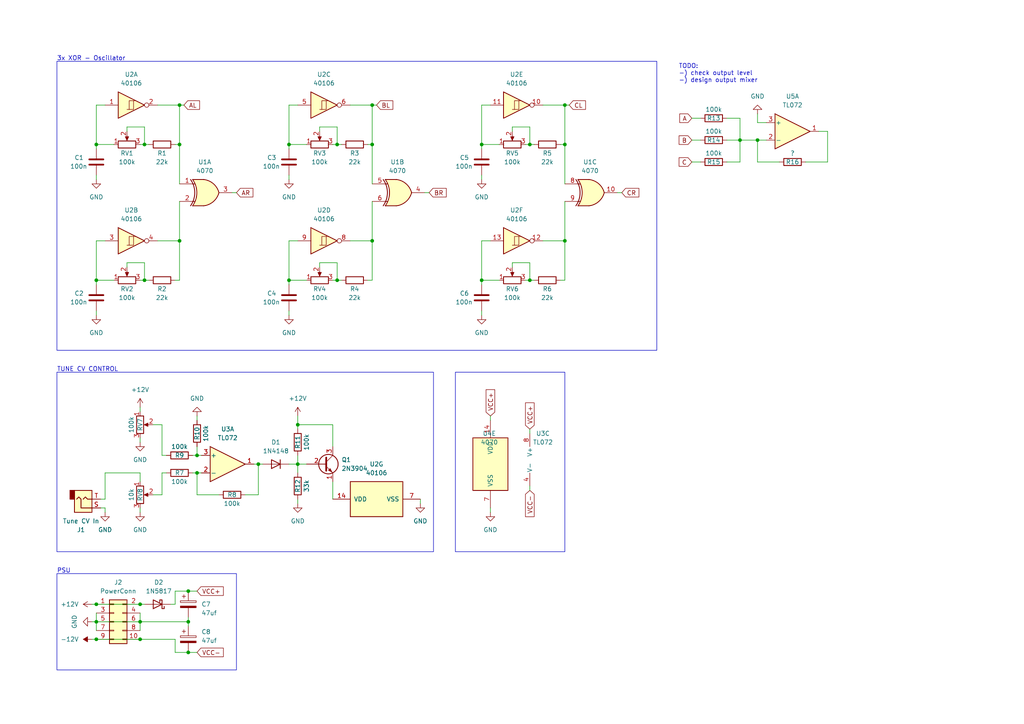
<source format=kicad_sch>
(kicad_sch (version 20230121) (generator eeschema)
  (paper "A4")
  (lib_symbols
    (symbol "4xxx:40106" (pin_names (offset 1.016))
      (property "Reference" "U" (at 0 1.27 0))
      (property "Value" "40106" (at 0 -1.27 0))
      (symbol "40106_1_0"
        (polyline (pts (xy -0.635 -1.27) (xy -0.635 1.27) (xy 0.635 1.27)))
        (polyline (pts (xy -3.81 3.81) (xy -3.81 -3.81) (xy 3.81 0) (xy -3.81 3.81)) (stroke (width 0.254)) (fill (type background)))
        (polyline (pts (xy -1.27 -1.27) (xy 0.635 -1.27) (xy 0.635 1.27) (xy 1.27 1.27)))
        (pin input line (at -7.62 0 0) (length 3.81) (name "~") (number "1"))
        (pin output inverted (at 7.62 0 180) (length 3.81) (name "~") (number "2"))
      )
      (symbol "40106_2_0"
        (polyline (pts (xy -0.635 -1.27) (xy -0.635 1.27) (xy 0.635 1.27)))
        (polyline (pts (xy -3.81 3.81) (xy -3.81 -3.81) (xy 3.81 0) (xy -3.81 3.81)) (stroke (width 0.254)) (fill (type background)))
        (polyline (pts (xy -1.27 -1.27) (xy 0.635 -1.27) (xy 0.635 1.27) (xy 1.27 1.27)))
        (pin input line (at -7.62 0 0) (length 3.81) (name "~") (number "3"))
        (pin output inverted (at 7.62 0 180) (length 3.81) (name "~") (number "4"))
      )
      (symbol "40106_3_0"
        (polyline (pts (xy -0.635 -1.27) (xy -0.635 1.27) (xy 0.635 1.27)))
        (polyline (pts (xy -3.81 3.81) (xy -3.81 -3.81) (xy 3.81 0) (xy -3.81 3.81)) (stroke (width 0.254)) (fill (type background)))
        (polyline (pts (xy -1.27 -1.27) (xy 0.635 -1.27) (xy 0.635 1.27) (xy 1.27 1.27)))
        (pin input line (at -7.62 0 0) (length 3.81) (name "~") (number "5"))
        (pin output inverted (at 7.62 0 180) (length 3.81) (name "~") (number "6"))
      )
      (symbol "40106_4_0"
        (polyline (pts (xy -0.635 -1.27) (xy -0.635 1.27) (xy 0.635 1.27)))
        (polyline (pts (xy -3.81 3.81) (xy -3.81 -3.81) (xy 3.81 0) (xy -3.81 3.81)) (stroke (width 0.254)) (fill (type background)))
        (polyline (pts (xy -1.27 -1.27) (xy 0.635 -1.27) (xy 0.635 1.27) (xy 1.27 1.27)))
        (pin output inverted (at 7.62 0 180) (length 3.81) (name "~") (number "8"))
        (pin input line (at -7.62 0 0) (length 3.81) (name "~") (number "9"))
      )
      (symbol "40106_5_0"
        (polyline (pts (xy -0.635 -1.27) (xy -0.635 1.27) (xy 0.635 1.27)))
        (polyline (pts (xy -3.81 3.81) (xy -3.81 -3.81) (xy 3.81 0) (xy -3.81 3.81)) (stroke (width 0.254)) (fill (type background)))
        (polyline (pts (xy -1.27 -1.27) (xy 0.635 -1.27) (xy 0.635 1.27) (xy 1.27 1.27)))
        (pin output inverted (at 7.62 0 180) (length 3.81) (name "~") (number "10"))
        (pin input line (at -7.62 0 0) (length 3.81) (name "~") (number "11"))
      )
      (symbol "40106_6_0"
        (polyline (pts (xy -0.635 -1.27) (xy -0.635 1.27) (xy 0.635 1.27)))
        (polyline (pts (xy -3.81 3.81) (xy -3.81 -3.81) (xy 3.81 0) (xy -3.81 3.81)) (stroke (width 0.254)) (fill (type background)))
        (polyline (pts (xy -1.27 -1.27) (xy 0.635 -1.27) (xy 0.635 1.27) (xy 1.27 1.27)))
        (pin output inverted (at 7.62 0 180) (length 3.81) (name "~") (number "12"))
        (pin input line (at -7.62 0 0) (length 3.81) (name "~") (number "13"))
      )
      (symbol "40106_7_0"
        (pin power_in line (at 0 12.7 270) (length 5.08) (name "VDD") (number "14"))
        (pin power_in line (at 0 -12.7 90) (length 5.08) (name "VSS") (number "7"))
      )
      (symbol "40106_7_1"
        (rectangle (start -5.08 7.62) (end 5.08 -7.62) (stroke (width 0.254)) (fill (type background)))
      )
    )
    (symbol "4xxx:4070" (pin_names (offset 1.016))
      (property "Reference" "U" (at 0 1.27 0))
      (property "Value" "4070" (at 0 -1.27 0))
      (symbol "4070_1_0"
        (arc (start -4.4196 -3.81) (mid -3.2033 0) (end -4.4196 3.81) (stroke (width 0.254)))
        (arc (start -3.81 -3.81) (mid -2.589 0) (end -3.81 3.81) (stroke (width 0.254)))
        (arc (start -0.6096 -3.81) (mid 2.1842 -2.5851) (end 3.81 0) (stroke (width 0.254)) (fill (type background)))
        (polyline (pts (xy -3.81 -3.81) (xy -0.635 -3.81)) (stroke (width 0.254)) (fill (type background)))
        (polyline (pts (xy -3.81 3.81) (xy -0.635 3.81)) (stroke (width 0.254)) (fill (type background)))
        (polyline (pts (xy -0.635 3.81) (xy -3.81 3.81) (xy -3.81 3.81) (xy -3.556 3.4036) (xy -3.0226 2.2606) (xy -2.6924 1.0414) (xy -2.6162 -0.254) (xy -2.7686 -1.4986) (xy -3.175 -2.7178) (xy -3.81 -3.81) (xy -3.81 -3.81) (xy -0.635 -3.81)) (stroke (width -25.4)) (fill (type background)))
        (arc (start 3.81 0) (mid 2.1915 2.5936) (end -0.6096 3.81) (stroke (width 0.254)) (fill (type background)))
        (pin input line (at -7.62 2.54 0) (length 4.445) (name "~") (number "1"))
        (pin input line (at -7.62 -2.54 0) (length 4.445) (name "~") (number "2"))
        (pin output line (at 7.62 0 180) (length 3.81) (name "~") (number "3"))
      )
      (symbol "4070_1_1"
        (polyline (pts (xy -3.81 -2.54) (xy -3.175 -2.54)) (stroke (width 0.1524)))
        (polyline (pts (xy -3.81 2.54) (xy -3.175 2.54)) (stroke (width 0.1524)))
      )
      (symbol "4070_2_0"
        (arc (start -4.4196 -3.81) (mid -3.2033 0) (end -4.4196 3.81) (stroke (width 0.254)))
        (arc (start -3.81 -3.81) (mid -2.589 0) (end -3.81 3.81) (stroke (width 0.254)))
        (arc (start -0.6096 -3.81) (mid 2.1842 -2.5851) (end 3.81 0) (stroke (width 0.254)) (fill (type background)))
        (polyline (pts (xy -3.81 -3.81) (xy -0.635 -3.81)) (stroke (width 0.254)) (fill (type background)))
        (polyline (pts (xy -3.81 3.81) (xy -0.635 3.81)) (stroke (width 0.254)) (fill (type background)))
        (polyline (pts (xy -0.635 3.81) (xy -3.81 3.81) (xy -3.81 3.81) (xy -3.556 3.4036) (xy -3.0226 2.2606) (xy -2.6924 1.0414) (xy -2.6162 -0.254) (xy -2.7686 -1.4986) (xy -3.175 -2.7178) (xy -3.81 -3.81) (xy -3.81 -3.81) (xy -0.635 -3.81)) (stroke (width -25.4)) (fill (type background)))
        (arc (start 3.81 0) (mid 2.1915 2.5936) (end -0.6096 3.81) (stroke (width 0.254)) (fill (type background)))
        (pin output line (at 7.62 0 180) (length 3.81) (name "~") (number "4"))
        (pin input line (at -7.62 2.54 0) (length 4.445) (name "~") (number "5"))
        (pin input line (at -7.62 -2.54 0) (length 4.445) (name "~") (number "6"))
      )
      (symbol "4070_2_1"
        (polyline (pts (xy -3.81 -2.54) (xy -3.175 -2.54)) (stroke (width 0.1524)))
        (polyline (pts (xy -3.81 2.54) (xy -3.175 2.54)) (stroke (width 0.1524)))
      )
      (symbol "4070_3_0"
        (arc (start -4.4196 -3.81) (mid -3.2033 0) (end -4.4196 3.81) (stroke (width 0.254)))
        (arc (start -3.81 -3.81) (mid -2.589 0) (end -3.81 3.81) (stroke (width 0.254)))
        (arc (start -0.6096 -3.81) (mid 2.1842 -2.5851) (end 3.81 0) (stroke (width 0.254)) (fill (type background)))
        (polyline (pts (xy -3.81 -3.81) (xy -0.635 -3.81)) (stroke (width 0.254)) (fill (type background)))
        (polyline (pts (xy -3.81 3.81) (xy -0.635 3.81)) (stroke (width 0.254)) (fill (type background)))
        (polyline (pts (xy -0.635 3.81) (xy -3.81 3.81) (xy -3.81 3.81) (xy -3.556 3.4036) (xy -3.0226 2.2606) (xy -2.6924 1.0414) (xy -2.6162 -0.254) (xy -2.7686 -1.4986) (xy -3.175 -2.7178) (xy -3.81 -3.81) (xy -3.81 -3.81) (xy -0.635 -3.81)) (stroke (width -25.4)) (fill (type background)))
        (arc (start 3.81 0) (mid 2.1915 2.5936) (end -0.6096 3.81) (stroke (width 0.254)) (fill (type background)))
        (pin output line (at 7.62 0 180) (length 3.81) (name "~") (number "10"))
        (pin input line (at -7.62 2.54 0) (length 4.445) (name "~") (number "8"))
        (pin input line (at -7.62 -2.54 0) (length 4.445) (name "~") (number "9"))
      )
      (symbol "4070_3_1"
        (polyline (pts (xy -3.81 -2.54) (xy -3.175 -2.54)) (stroke (width 0.1524)))
        (polyline (pts (xy -3.81 2.54) (xy -3.175 2.54)) (stroke (width 0.1524)))
      )
      (symbol "4070_4_0"
        (arc (start -4.4196 -3.81) (mid -3.2033 0) (end -4.4196 3.81) (stroke (width 0.254)))
        (arc (start -3.81 -3.81) (mid -2.589 0) (end -3.81 3.81) (stroke (width 0.254)))
        (arc (start -0.6096 -3.81) (mid 2.1842 -2.5851) (end 3.81 0) (stroke (width 0.254)) (fill (type background)))
        (polyline (pts (xy -3.81 -3.81) (xy -0.635 -3.81)) (stroke (width 0.254)) (fill (type background)))
        (polyline (pts (xy -3.81 3.81) (xy -0.635 3.81)) (stroke (width 0.254)) (fill (type background)))
        (polyline (pts (xy -0.635 3.81) (xy -3.81 3.81) (xy -3.81 3.81) (xy -3.556 3.4036) (xy -3.0226 2.2606) (xy -2.6924 1.0414) (xy -2.6162 -0.254) (xy -2.7686 -1.4986) (xy -3.175 -2.7178) (xy -3.81 -3.81) (xy -3.81 -3.81) (xy -0.635 -3.81)) (stroke (width -25.4)) (fill (type background)))
        (arc (start 3.81 0) (mid 2.1915 2.5936) (end -0.6096 3.81) (stroke (width 0.254)) (fill (type background)))
        (pin output line (at 7.62 0 180) (length 3.81) (name "~") (number "11"))
        (pin input line (at -7.62 2.54 0) (length 4.445) (name "~") (number "12"))
        (pin input line (at -7.62 -2.54 0) (length 4.445) (name "~") (number "13"))
      )
      (symbol "4070_4_1"
        (polyline (pts (xy -3.81 -2.54) (xy -3.175 -2.54)) (stroke (width 0.1524)))
        (polyline (pts (xy -3.81 2.54) (xy -3.175 2.54)) (stroke (width 0.1524)))
      )
      (symbol "4070_5_0"
        (pin power_in line (at 0 12.7 270) (length 5.08) (name "VDD") (number "14"))
        (pin power_in line (at 0 -12.7 90) (length 5.08) (name "VSS") (number "7"))
      )
      (symbol "4070_5_1"
        (rectangle (start -5.08 7.62) (end 5.08 -7.62) (stroke (width 0.254)) (fill (type background)))
      )
    )
    (symbol "Amplifier_Operational:TL072" (pin_names (offset 0.127))
      (property "Reference" "U" (at 0 5.08 0))
      (property "Value" "TL072" (at 0 -5.08 0))
      (symbol "TL072_1_1"
        (polyline (pts (xy -5.08 5.08) (xy 5.08 0) (xy -5.08 -5.08) (xy -5.08 5.08)) (stroke (width 0.254)) (fill (type background)))
        (pin output line (at 7.62 0 180) (length 2.54) (name "~") (number "1"))
        (pin input line (at -7.62 -2.54 0) (length 2.54) (name "-") (number "2"))
        (pin input line (at -7.62 2.54 0) (length 2.54) (name "+") (number "3"))
      )
      (symbol "TL072_2_1"
        (polyline (pts (xy -5.08 5.08) (xy 5.08 0) (xy -5.08 -5.08) (xy -5.08 5.08)) (stroke (width 0.254)) (fill (type background)))
        (pin input line (at -7.62 2.54 0) (length 2.54) (name "+") (number "5"))
        (pin input line (at -7.62 -2.54 0) (length 2.54) (name "-") (number "6"))
        (pin output line (at 7.62 0 180) (length 2.54) (name "~") (number "7"))
      )
      (symbol "TL072_3_1"
        (pin power_in line (at -2.54 -7.62 90) (length 3.81) (name "V-") (number "4"))
        (pin power_in line (at -2.54 7.62 270) (length 3.81) (name "V+") (number "8"))
      )
    )
    (symbol "Connector_Audio:AudioJack2"
      (property "Reference" "J" (at 0 8.89 0))
      (property "Value" "AudioJack2" (at 0 6.35 0))
      (symbol "AudioJack2_0_1"
        (rectangle (start -3.81 0) (end -2.54 -2.54) (stroke (width 0.254)) (fill (type outline)))
        (rectangle (start -2.54 3.81) (end 2.54 -2.54) (stroke (width 0.254)) (fill (type background)))
        (polyline (pts (xy 0 0) (xy 0.635 -0.635) (xy 1.27 0) (xy 2.54 0)) (stroke (width 0.254)))
        (polyline (pts (xy 2.54 2.54) (xy -0.635 2.54) (xy -0.635 0) (xy -1.27 -0.635) (xy -1.905 0)) (stroke (width 0.254)))
      )
      (symbol "AudioJack2_1_1"
        (pin passive line (at 5.08 2.54 180) (length 2.54) (name "~") (number "S"))
        (pin passive line (at 5.08 0 180) (length 2.54) (name "~") (number "T"))
      )
    )
    (symbol "Connector_Generic:Conn_02x05_Odd_Even" (pin_names (offset 1.016) hide)
      (property "Reference" "J" (at 1.27 7.62 0))
      (property "Value" "Conn_02x05_Odd_Even" (at 1.27 -7.62 0))
      (symbol "Conn_02x05_Odd_Even_1_1"
        (rectangle (start -1.27 -4.953) (end 0 -5.207) (stroke (width 0.1524)))
        (rectangle (start -1.27 -2.413) (end 0 -2.667) (stroke (width 0.1524)))
        (rectangle (start -1.27 0.127) (end 0 -0.127) (stroke (width 0.1524)))
        (rectangle (start -1.27 2.667) (end 0 2.413) (stroke (width 0.1524)))
        (rectangle (start -1.27 5.207) (end 0 4.953) (stroke (width 0.1524)))
        (rectangle (start -1.27 6.35) (end 3.81 -6.35) (stroke (width 0.254)) (fill (type background)))
        (rectangle (start 3.81 -4.953) (end 2.54 -5.207) (stroke (width 0.1524)))
        (rectangle (start 3.81 -2.413) (end 2.54 -2.667) (stroke (width 0.1524)))
        (rectangle (start 3.81 0.127) (end 2.54 -0.127) (stroke (width 0.1524)))
        (rectangle (start 3.81 2.667) (end 2.54 2.413) (stroke (width 0.1524)))
        (rectangle (start 3.81 5.207) (end 2.54 4.953) (stroke (width 0.1524)))
        (pin passive line (at -5.08 5.08 0) (length 3.81) (name "Pin_1") (number "1"))
        (pin passive line (at 7.62 -5.08 180) (length 3.81) (name "Pin_10") (number "10"))
        (pin passive line (at 7.62 5.08 180) (length 3.81) (name "Pin_2") (number "2"))
        (pin passive line (at -5.08 2.54 0) (length 3.81) (name "Pin_3") (number "3"))
        (pin passive line (at 7.62 2.54 180) (length 3.81) (name "Pin_4") (number "4"))
        (pin passive line (at -5.08 0 0) (length 3.81) (name "Pin_5") (number "5"))
        (pin passive line (at 7.62 0 180) (length 3.81) (name "Pin_6") (number "6"))
        (pin passive line (at -5.08 -2.54 0) (length 3.81) (name "Pin_7") (number "7"))
        (pin passive line (at 7.62 -2.54 180) (length 3.81) (name "Pin_8") (number "8"))
        (pin passive line (at -5.08 -5.08 0) (length 3.81) (name "Pin_9") (number "9"))
      )
    )
    (symbol "Device:C" (pin_numbers hide) (pin_names (offset 0.254))
      (property "Reference" "C" (at 0.635 2.54 0))
      (property "Value" "C" (at 0.635 -2.54 0))
      (symbol "C_0_1"
        (polyline (pts (xy -2.032 -0.762) (xy 2.032 -0.762)) (stroke (width 0.508)))
        (polyline (pts (xy -2.032 0.762) (xy 2.032 0.762)) (stroke (width 0.508)))
      )
      (symbol "C_1_1"
        (pin passive line (at 0 3.81 270) (length 2.794) (name "~") (number "1"))
        (pin passive line (at 0 -3.81 90) (length 2.794) (name "~") (number "2"))
      )
    )
    (symbol "Device:C_Polarized" (pin_numbers hide) (pin_names (offset 0.254))
      (property "Reference" "C" (at 0.635 2.54 0))
      (property "Value" "C_Polarized" (at 0.635 -2.54 0))
      (symbol "C_Polarized_0_1"
        (rectangle (start -2.286 0.508) (end 2.286 1.016))
        (polyline (pts (xy -1.778 2.286) (xy -0.762 2.286)))
        (polyline (pts (xy -1.27 2.794) (xy -1.27 1.778)))
        (rectangle (start 2.286 -0.508) (end -2.286 -1.016) (fill (type outline)))
      )
      (symbol "C_Polarized_1_1"
        (pin passive line (at 0 3.81 270) (length 2.794) (name "~") (number "1"))
        (pin passive line (at 0 -3.81 90) (length 2.794) (name "~") (number "2"))
      )
    )
    (symbol "Device:R" (pin_numbers hide) (pin_names (offset 0))
      (property "Reference" "R" (at 2.032 0 90))
      (property "Value" "R" (at 0 0 90))
      (symbol "R_0_1"
        (rectangle (start -1.016 -2.54) (end 1.016 2.54) (stroke (width 0.254)))
      )
      (symbol "R_1_1"
        (pin passive line (at 0 3.81 270) (length 1.27) (name "~") (number "1"))
        (pin passive line (at 0 -3.81 90) (length 1.27) (name "~") (number "2"))
      )
    )
    (symbol "Device:R_Potentiometer" (pin_names (offset 1.016) hide)
      (property "Reference" "RV" (at -4.445 0 90))
      (property "Value" "R_Potentiometer" (at -2.54 0 90))
      (symbol "R_Potentiometer_0_1"
        (polyline (pts (xy 2.54 0) (xy 1.524 0)))
        (polyline (pts (xy 1.143 0) (xy 2.286 0.508) (xy 2.286 -0.508) (xy 1.143 0)) (fill (type outline)))
        (rectangle (start 1.016 2.54) (end -1.016 -2.54) (stroke (width 0.254)))
      )
      (symbol "R_Potentiometer_1_1"
        (pin passive line (at 0 3.81 270) (length 1.27) (name "1") (number "1"))
        (pin passive line (at 3.81 0 180) (length 1.27) (name "2") (number "2"))
        (pin passive line (at 0 -3.81 90) (length 1.27) (name "3") (number "3"))
      )
    )
    (symbol "Diode:1N4148" (pin_numbers hide) (pin_names hide)
      (property "Reference" "D" (at 0 2.54 0))
      (property "Value" "1N4148" (at 0 -2.54 0))
      (symbol "1N4148_0_1"
        (polyline (pts (xy -1.27 1.27) (xy -1.27 -1.27)) (stroke (width 0.254)))
        (polyline (pts (xy 1.27 0) (xy -1.27 0)))
        (polyline (pts (xy 1.27 1.27) (xy 1.27 -1.27) (xy -1.27 0) (xy 1.27 1.27)) (stroke (width 0.254)))
      )
      (symbol "1N4148_1_1"
        (pin passive line (at -3.81 0 0) (length 2.54) (name "K") (number "1"))
        (pin passive line (at 3.81 0 180) (length 2.54) (name "A") (number "2"))
      )
    )
    (symbol "Diode:1N5817" (pin_numbers hide) (pin_names (offset 1.016) hide)
      (property "Reference" "D" (at 0 2.54 0))
      (property "Value" "1N5817" (at 0 -2.54 0))
      (symbol "1N5817_0_1"
        (polyline (pts (xy 1.27 0) (xy -1.27 0)))
        (polyline (pts (xy 1.27 1.27) (xy 1.27 -1.27) (xy -1.27 0) (xy 1.27 1.27)) (stroke (width 0.254)))
        (polyline (pts (xy -1.905 0.635) (xy -1.905 1.27) (xy -1.27 1.27) (xy -1.27 -1.27) (xy -0.635 -1.27) (xy -0.635 -0.635)) (stroke (width 0.254)))
      )
      (symbol "1N5817_1_1"
        (pin passive line (at -3.81 0 0) (length 2.54) (name "K") (number "1"))
        (pin passive line (at 3.81 0 180) (length 2.54) (name "A") (number "2"))
      )
    )
    (symbol "Transistor_BJT:2N3904" (pin_names (offset 0) hide)
      (property "Reference" "Q" (at 5.08 1.905 0))
      (property "Value" "2N3904" (at 5.08 0 0))
      (symbol "2N3904_0_1"
        (polyline (pts (xy 0.635 0.635) (xy 2.54 2.54)))
        (polyline (pts (xy 0.635 -0.635) (xy 2.54 -2.54) (xy 2.54 -2.54)))
        (polyline (pts (xy 0.635 1.905) (xy 0.635 -1.905) (xy 0.635 -1.905)) (stroke (width 0.508)))
        (polyline (pts (xy 1.27 -1.778) (xy 1.778 -1.27) (xy 2.286 -2.286) (xy 1.27 -1.778) (xy 1.27 -1.778)) (fill (type outline)))
        (circle (center 1.27 0) (radius 2.8194) (stroke (width 0.254)))
      )
      (symbol "2N3904_1_1"
        (pin passive line (at 2.54 -5.08 90) (length 2.54) (name "E") (number "1"))
        (pin passive line (at -5.08 0 0) (length 5.715) (name "B") (number "2"))
        (pin passive line (at 2.54 5.08 270) (length 2.54) (name "C") (number "3"))
      )
    )
    (symbol "power:+12V" (power) (pin_names (offset 0))
      (property "Value" "+12V" (at 0 3.556 0))
      (symbol "+12V_0_1"
        (polyline (pts (xy -0.762 1.27) (xy 0 2.54)))
        (polyline (pts (xy 0 0) (xy 0 2.54)))
        (polyline (pts (xy 0 2.54) (xy 0.762 1.27)))
      )
      (symbol "+12V_1_1"
        (pin power_in line (at 0 0 90) (length 0) hide (name "+12V") (number "1"))
      )
    )
    (symbol "power:-12V" (power) (pin_names (offset 0))
      (property "Value" "-12V" (at 0 3.81 0))
      (symbol "-12V_0_0"
        (pin power_in line (at 0 0 90) (length 0) hide (name "-12V") (number "1"))
      )
      (symbol "-12V_0_1"
        (polyline (pts (xy 0 0) (xy 0 1.27) (xy 0.762 1.27) (xy 0 2.54) (xy -0.762 1.27) (xy 0 1.27)) (fill (type outline)))
      )
    )
    (symbol "power:GND" (power) (pin_names (offset 0))
      (property "Value" "GND" (at 0 -3.81 0))
      (symbol "GND_0_1"
        (polyline (pts (xy 0 0) (xy 0 -1.27) (xy 1.27 -1.27) (xy 0 -2.54) (xy -1.27 -1.27) (xy 0 -1.27)))
      )
      (symbol "GND_1_1"
        (pin power_in line (at 0 0 270) (length 0) hide (name "GND") (number "1"))
      )
    )
  )
  (junction (at 27.94 180.34))
  (junction (at 52.07 41.91))
  (junction (at 52.07 30.48))
  (junction (at 107.95 69.85))
  (junction (at 86.36 134.62))
  (junction (at 41.91 81.28))
  (junction (at 107.95 41.91))
  (junction (at 52.07 69.85))
  (junction (at 97.79 81.28))
  (junction (at 139.7 81.28))
  (junction (at 163.83 30.48))
  (junction (at 214.63 40.64))
  (junction (at 40.64 175.26))
  (junction (at 27.94 185.42))
  (junction (at 57.15 132.08))
  (junction (at 57.15 137.16))
  (junction (at 27.94 81.28))
  (junction (at 153.67 81.28))
  (junction (at 83.82 81.28))
  (junction (at 163.83 41.91))
  (junction (at 219.71 40.64))
  (junction (at 139.7 41.91))
  (junction (at 27.94 175.26))
  (junction (at 97.79 41.91))
  (junction (at 86.36 123.19))
  (junction (at 54.61 171.45))
  (junction (at 27.94 41.91))
  (junction (at 153.67 41.91))
  (junction (at 54.61 189.23))
  (junction (at 41.91 41.91))
  (junction (at 40.64 185.42))
  (junction (at 163.83 69.85))
  (junction (at 40.64 180.34))
  (junction (at 83.82 41.91))
  (junction (at 54.61 180.34))
  (junction (at 74.93 134.62))
  (junction (at 107.95 30.48))
  (wire (pts (xy 139.7 30.48) (xy 139.7 41.91)))
  (wire (pts (xy 219.71 46.99) (xy 226.06 46.99)))
  (wire (pts (xy 44.45 123.19) (xy 46.99 123.19)))
  (wire (pts (xy 57.15 129.54) (xy 57.15 132.08)))
  (wire (pts (xy 41.91 36.83) (xy 41.91 41.91)))
  (wire (pts (xy 83.82 69.85) (xy 83.82 81.28)))
  (wire (pts (xy 96.52 139.7) (xy 96.52 144.78)))
  (wire (pts (xy 49.53 175.26) (xy 50.8 175.26)))
  (wire (pts (xy 121.92 144.78) (xy 121.92 146.05)))
  (wire (pts (xy 92.71 77.47) (xy 92.71 76.2)))
  (wire (pts (xy 40.64 41.91) (xy 41.91 41.91)))
  (wire (pts (xy 240.03 46.99) (xy 233.68 46.99)))
  (wire (pts (xy 54.61 171.45) (xy 57.15 171.45)))
  (wire (pts (xy 83.82 81.28) (xy 88.9 81.28)))
  (wire (pts (xy 153.67 81.28) (xy 154.94 81.28)))
  (wire (pts (xy 27.94 185.42) (xy 40.64 185.42)))
  (wire (pts (xy 83.82 134.62) (xy 86.36 134.62)))
  (wire (pts (xy 107.95 58.42) (xy 107.95 69.85)))
  (wire (pts (xy 153.67 36.83) (xy 153.67 41.91)))
  (wire (pts (xy 30.48 137.16) (xy 40.64 137.16)))
  (wire (pts (xy 45.72 69.85) (xy 52.07 69.85)))
  (wire (pts (xy 26.67 175.26) (xy 27.94 175.26)))
  (wire (pts (xy 27.94 180.34) (xy 27.94 182.88)))
  (wire (pts (xy 55.88 137.16) (xy 57.15 137.16)))
  (wire (pts (xy 96.52 41.91) (xy 97.79 41.91)))
  (wire (pts (xy 45.72 30.48) (xy 52.07 30.48)))
  (wire (pts (xy 30.48 30.48) (xy 27.94 30.48)))
  (wire (pts (xy 40.64 148.59) (xy 40.64 147.32)))
  (wire (pts (xy 163.83 58.42) (xy 163.83 69.85)))
  (wire (pts (xy 92.71 36.83) (xy 97.79 36.83)))
  (wire (pts (xy 148.59 38.1) (xy 148.59 36.83)))
  (wire (pts (xy 97.79 41.91) (xy 99.06 41.91)))
  (wire (pts (xy 52.07 41.91) (xy 52.07 53.34)))
  (wire (pts (xy 163.83 30.48) (xy 163.83 41.91)))
  (wire (pts (xy 210.82 46.99) (xy 214.63 46.99)))
  (wire (pts (xy 36.83 76.2) (xy 41.91 76.2)))
  (wire (pts (xy 57.15 137.16) (xy 58.42 137.16)))
  (wire (pts (xy 142.24 69.85) (xy 139.7 69.85)))
  (wire (pts (xy 52.07 30.48) (xy 53.34 30.48)))
  (wire (pts (xy 123.19 55.88) (xy 124.46 55.88)))
  (wire (pts (xy 83.82 90.17) (xy 83.82 91.44)))
  (wire (pts (xy 29.21 144.78) (xy 30.48 144.78)))
  (wire (pts (xy 107.95 41.91) (xy 107.95 53.34)))
  (wire (pts (xy 27.94 90.17) (xy 27.94 91.44)))
  (wire (pts (xy 152.4 81.28) (xy 153.67 81.28)))
  (wire (pts (xy 107.95 41.91) (xy 106.68 41.91)))
  (wire (pts (xy 219.71 33.02) (xy 219.71 35.56)))
  (wire (pts (xy 27.94 180.34) (xy 40.64 180.34)))
  (wire (pts (xy 142.24 120.65) (xy 142.24 121.92)))
  (wire (pts (xy 40.64 81.28) (xy 41.91 81.28)))
  (wire (pts (xy 179.07 55.88) (xy 180.34 55.88)))
  (wire (pts (xy 163.83 30.48) (xy 165.1 30.48)))
  (wire (pts (xy 83.82 81.28) (xy 83.82 82.55)))
  (wire (pts (xy 54.61 180.34) (xy 54.61 181.61)))
  (wire (pts (xy 41.91 81.28) (xy 43.18 81.28)))
  (wire (pts (xy 52.07 30.48) (xy 52.07 41.91)))
  (wire (pts (xy 107.95 69.85) (xy 107.95 81.28)))
  (wire (pts (xy 41.91 41.91) (xy 43.18 41.91)))
  (wire (pts (xy 200.66 46.99) (xy 203.2 46.99)))
  (wire (pts (xy 74.93 134.62) (xy 73.66 134.62)))
  (wire (pts (xy 210.82 40.64) (xy 214.63 40.64)))
  (wire (pts (xy 142.24 147.32) (xy 142.24 148.59)))
  (wire (pts (xy 219.71 40.64) (xy 219.71 46.99)))
  (wire (pts (xy 57.15 132.08) (xy 58.42 132.08)))
  (wire (pts (xy 46.99 137.16) (xy 48.26 137.16)))
  (wire (pts (xy 153.67 41.91) (xy 154.94 41.91)))
  (wire (pts (xy 83.82 30.48) (xy 83.82 41.91)))
  (wire (pts (xy 57.15 120.65) (xy 57.15 121.92)))
  (wire (pts (xy 86.36 132.08) (xy 86.36 134.62)))
  (wire (pts (xy 139.7 50.8) (xy 139.7 52.07)))
  (wire (pts (xy 92.71 76.2) (xy 97.79 76.2)))
  (wire (pts (xy 57.15 137.16) (xy 57.15 143.51)))
  (wire (pts (xy 40.64 180.34) (xy 54.61 180.34)))
  (wire (pts (xy 26.67 185.42) (xy 27.94 185.42)))
  (wire (pts (xy 50.8 175.26) (xy 50.8 171.45)))
  (wire (pts (xy 27.94 81.28) (xy 33.02 81.28)))
  (wire (pts (xy 83.82 41.91) (xy 83.82 43.18)))
  (wire (pts (xy 40.64 137.16) (xy 40.64 139.7)))
  (wire (pts (xy 157.48 69.85) (xy 163.83 69.85)))
  (wire (pts (xy 74.93 134.62) (xy 76.2 134.62)))
  (wire (pts (xy 219.71 35.56) (xy 222.25 35.56)))
  (wire (pts (xy 210.82 34.29) (xy 214.63 34.29)))
  (wire (pts (xy 27.94 50.8) (xy 27.94 52.07)))
  (wire (pts (xy 101.6 69.85) (xy 107.95 69.85)))
  (wire (pts (xy 139.7 81.28) (xy 139.7 82.55)))
  (wire (pts (xy 54.61 189.23) (xy 57.15 189.23)))
  (wire (pts (xy 27.94 81.28) (xy 27.94 82.55)))
  (wire (pts (xy 153.67 140.97) (xy 153.67 142.24)))
  (wire (pts (xy 41.91 76.2) (xy 41.91 81.28)))
  (wire (pts (xy 148.59 76.2) (xy 153.67 76.2)))
  (wire (pts (xy 46.99 143.51) (xy 46.99 137.16)))
  (wire (pts (xy 30.48 144.78) (xy 30.48 137.16)))
  (wire (pts (xy 214.63 34.29) (xy 214.63 40.64)))
  (wire (pts (xy 86.36 144.78) (xy 86.36 146.05)))
  (wire (pts (xy 86.36 134.62) (xy 86.36 137.16)))
  (wire (pts (xy 57.15 143.51) (xy 63.5 143.51)))
  (wire (pts (xy 83.82 50.8) (xy 83.82 52.07)))
  (wire (pts (xy 46.99 132.08) (xy 48.26 132.08)))
  (wire (pts (xy 27.94 41.91) (xy 27.94 43.18)))
  (wire (pts (xy 152.4 41.91) (xy 153.67 41.91)))
  (wire (pts (xy 74.93 143.51) (xy 74.93 134.62)))
  (wire (pts (xy 86.36 69.85) (xy 83.82 69.85)))
  (wire (pts (xy 97.79 81.28) (xy 99.06 81.28)))
  (wire (pts (xy 44.45 143.51) (xy 46.99 143.51)))
  (wire (pts (xy 54.61 180.34) (xy 54.61 179.07)))
  (wire (pts (xy 139.7 90.17) (xy 139.7 91.44)))
  (wire (pts (xy 107.95 30.48) (xy 109.22 30.48)))
  (wire (pts (xy 30.48 69.85) (xy 27.94 69.85)))
  (wire (pts (xy 27.94 30.48) (xy 27.94 41.91)))
  (wire (pts (xy 148.59 36.83) (xy 153.67 36.83)))
  (wire (pts (xy 97.79 36.83) (xy 97.79 41.91)))
  (wire (pts (xy 46.99 123.19) (xy 46.99 132.08)))
  (wire (pts (xy 214.63 40.64) (xy 214.63 46.99)))
  (wire (pts (xy 139.7 41.91) (xy 144.78 41.91)))
  (wire (pts (xy 214.63 40.64) (xy 219.71 40.64)))
  (wire (pts (xy 163.83 41.91) (xy 163.83 53.34)))
  (wire (pts (xy 97.79 76.2) (xy 97.79 81.28)))
  (wire (pts (xy 163.83 81.28) (xy 162.56 81.28)))
  (wire (pts (xy 200.66 40.64) (xy 203.2 40.64)))
  (wire (pts (xy 157.48 30.48) (xy 163.83 30.48)))
  (wire (pts (xy 26.67 180.34) (xy 27.94 180.34)))
  (wire (pts (xy 71.12 143.51) (xy 74.93 143.51)))
  (wire (pts (xy 92.71 38.1) (xy 92.71 36.83)))
  (wire (pts (xy 96.52 81.28) (xy 97.79 81.28)))
  (wire (pts (xy 163.83 69.85) (xy 163.83 81.28)))
  (wire (pts (xy 67.31 55.88) (xy 68.58 55.88)))
  (wire (pts (xy 139.7 81.28) (xy 144.78 81.28)))
  (wire (pts (xy 40.64 177.8) (xy 40.64 180.34)))
  (wire (pts (xy 50.8 189.23) (xy 54.61 189.23)))
  (wire (pts (xy 163.83 41.91) (xy 162.56 41.91)))
  (wire (pts (xy 27.94 69.85) (xy 27.94 81.28)))
  (wire (pts (xy 30.48 147.32) (xy 30.48 148.59)))
  (wire (pts (xy 240.03 38.1) (xy 240.03 46.99)))
  (wire (pts (xy 40.64 180.34) (xy 40.64 182.88)))
  (wire (pts (xy 142.24 30.48) (xy 139.7 30.48)))
  (wire (pts (xy 27.94 41.91) (xy 33.02 41.91)))
  (wire (pts (xy 153.67 124.46) (xy 153.67 125.73)))
  (wire (pts (xy 36.83 38.1) (xy 36.83 36.83)))
  (wire (pts (xy 86.36 123.19) (xy 86.36 124.46)))
  (wire (pts (xy 50.8 185.42) (xy 50.8 189.23)))
  (wire (pts (xy 219.71 40.64) (xy 222.25 40.64)))
  (wire (pts (xy 86.36 134.62) (xy 88.9 134.62)))
  (wire (pts (xy 153.67 76.2) (xy 153.67 81.28)))
  (wire (pts (xy 40.64 175.26) (xy 41.91 175.26)))
  (wire (pts (xy 55.88 132.08) (xy 57.15 132.08)))
  (wire (pts (xy 139.7 69.85) (xy 139.7 81.28)))
  (wire (pts (xy 101.6 30.48) (xy 107.95 30.48)))
  (wire (pts (xy 40.64 185.42) (xy 50.8 185.42)))
  (wire (pts (xy 36.83 77.47) (xy 36.83 76.2)))
  (wire (pts (xy 83.82 41.91) (xy 88.9 41.91)))
  (wire (pts (xy 27.94 175.26) (xy 40.64 175.26)))
  (wire (pts (xy 27.94 177.8) (xy 27.94 180.34)))
  (wire (pts (xy 52.07 41.91) (xy 50.8 41.91)))
  (wire (pts (xy 107.95 81.28) (xy 106.68 81.28)))
  (wire (pts (xy 52.07 58.42) (xy 52.07 69.85)))
  (wire (pts (xy 96.52 123.19) (xy 86.36 123.19)))
  (wire (pts (xy 86.36 120.65) (xy 86.36 123.19)))
  (wire (pts (xy 86.36 30.48) (xy 83.82 30.48)))
  (wire (pts (xy 50.8 171.45) (xy 54.61 171.45)))
  (wire (pts (xy 52.07 69.85) (xy 52.07 81.28)))
  (wire (pts (xy 29.21 147.32) (xy 30.48 147.32)))
  (wire (pts (xy 40.64 118.11) (xy 40.64 119.38)))
  (wire (pts (xy 96.52 129.54) (xy 96.52 123.19)))
  (wire (pts (xy 139.7 41.91) (xy 139.7 43.18)))
  (wire (pts (xy 200.66 34.29) (xy 203.2 34.29)))
  (wire (pts (xy 107.95 30.48) (xy 107.95 41.91)))
  (wire (pts (xy 148.59 77.47) (xy 148.59 76.2)))
  (wire (pts (xy 36.83 36.83) (xy 41.91 36.83)))
  (wire (pts (xy 52.07 81.28) (xy 50.8 81.28)))
  (wire (pts (xy 237.49 38.1) (xy 240.03 38.1)))
  (wire (pts (xy 40.64 127) (xy 40.64 128.27)))
  (rectangle (start 16.51 17.78) (end 190.5 101.6))
  (rectangle (start 16.51 166.37) (end 68.58 194.31))
  (rectangle (start 16.51 107.95) (end 125.73 160.02))
  (rectangle (start 132.08 107.95) (end 163.83 160.02))
  (text "TODO:\n-) check output level\n-) design output mixer" (at 196.85 24.13 0) (effects (font (size 1.27 1.27)) (justify left bottom)))
  (text "TUNE CV CONTROL" (at 16.51 107.95 0) (effects (font (size 1.27 1.27)) (justify left bottom)))
  (text "PSU" (at 16.51 166.37 0) (effects (font (size 1.27 1.27)) (justify left bottom)))
  (text "3x XOR - Oscillator" (at 16.51 17.78 0) (effects (font (size 1.27 1.27)) (justify left bottom)))
  (global_label "B" (shape input) (at 200.66 40.64 180) (property "Intersheetrefs" "${INTERSHEET_REFS}" (effects hide)))
  (global_label "AL" (shape input) (at 53.34 30.48 0) (property "Intersheetrefs" "${INTERSHEET_REFS}" (effects hide)))
  (global_label "C" (shape input) (at 200.66 46.99 180) (property "Intersheetrefs" "${INTERSHEET_REFS}" (effects hide)))
  (global_label "A" (shape input) (at 200.66 34.29 180) (property "Intersheetrefs" "${INTERSHEET_REFS}" (effects hide)))
  (global_label "VCC-" (shape input) (at 153.67 142.24 270) (property "Intersheetrefs" "${INTERSHEET_REFS}" (effects hide)))
  (global_label "VCC+" (shape input) (at 142.24 120.65 90) (property "Intersheetrefs" "${INTERSHEET_REFS}" (effects hide)))
  (global_label "CR" (shape input) (at 180.34 55.88 0) (property "Intersheetrefs" "${INTERSHEET_REFS}" (effects hide)))
  (global_label "BR" (shape input) (at 124.46 55.88 0) (property "Intersheetrefs" "${INTERSHEET_REFS}" (effects hide)))
  (global_label "AR" (shape input) (at 68.58 55.88 0) (property "Intersheetrefs" "${INTERSHEET_REFS}" (effects hide)))
  (global_label "CL" (shape input) (at 165.1 30.48 0) (property "Intersheetrefs" "${INTERSHEET_REFS}" (effects hide)))
  (global_label "VCC-" (shape input) (at 57.15 189.23 0) (property "Intersheetrefs" "${INTERSHEET_REFS}" (effects hide)))
  (global_label "VCC+" (shape input) (at 153.67 124.46 90) (property "Intersheetrefs" "${INTERSHEET_REFS}" (effects hide)))
  (global_label "VCC+" (shape input) (at 57.15 171.45 0) (property "Intersheetrefs" "${INTERSHEET_REFS}" (effects hide)))
  (global_label "BL" (shape input) (at 109.22 30.48 0) (property "Intersheetrefs" "${INTERSHEET_REFS}" (effects hide)))
  (symbol (lib_id "Device:R") (at 67.31 143.51 90) (unit 1)
    (property "Reference" "R8" (at 67.31 143.51 90))
    (property "Value" "100k" (at 67.31 146.05 90))
  )
  (symbol (lib_id "power:GND") (at 40.64 128.27 0) (unit 1)
    (property "Reference" "#PWR08" (effects hide))
    (property "Value" "GND" (at 40.64 133.35 0))
  )
  (symbol (lib_id "4xxx:40106") (at 38.1 30.48 0) (unit 1)
    (property "Reference" "U2" (at 38.1 21.59 0))
    (property "Value" "40106" (at 38.1 24.13 0))
    (property "Datasheet" "https://assets.nexperia.com/documents/data-sheet/HEF40106B.pdf" (effects hide))
  )
  (symbol (lib_id "Device:R_Potentiometer") (at 36.83 41.91 90) (unit 1)
    (property "Reference" "RV1" (at 36.83 44.45 90))
    (property "Value" "100k" (at 36.83 46.99 90))
  )
  (symbol (lib_id "4xxx:40106") (at 93.98 30.48 0) (unit 3)
    (property "Reference" "U2" (at 93.98 21.59 0))
    (property "Value" "40106" (at 93.98 24.13 0))
    (property "Datasheet" "https://assets.nexperia.com/documents/data-sheet/HEF40106B.pdf" (effects hide))
  )
  (symbol (lib_id "power:GND") (at 40.64 148.59 0) (unit 1)
    (property "Reference" "#PWR010" (effects hide))
    (property "Value" "GND" (at 40.64 153.67 0))
  )
  (symbol (lib_id "Device:R") (at 207.01 34.29 90) (unit 1)
    (property "Reference" "R13" (at 207.01 34.29 90))
    (property "Value" "100k" (at 207.01 31.75 90))
  )
  (symbol (lib_id "Device:R_Potentiometer") (at 92.71 41.91 90) (unit 1)
    (property "Reference" "RV3" (at 92.71 44.45 90))
    (property "Value" "100k" (at 92.71 46.99 90))
  )
  (symbol (lib_id "Device:R") (at 46.99 81.28 90) (unit 1)
    (property "Reference" "R2" (at 46.99 83.82 90))
    (property "Value" "22k" (at 46.99 86.36 90))
  )
  (symbol (lib_id "Device:C") (at 139.7 46.99 180) (unit 1)
    (property "Reference" "C5" (at 133.35 45.72 0) (effects (justify right)))
    (property "Value" "100n" (at 132.08 48.26 0) (effects (justify right)))
  )
  (symbol (lib_id "Device:C_Polarized") (at 54.61 185.42 0) (unit 1)
    (property "Reference" "C8" (at 58.42 183.261 0) (effects (justify left)))
    (property "Value" "47uf" (at 58.42 185.801 0) (effects (justify left)))
  )
  (symbol (lib_id "Device:C") (at 27.94 46.99 180) (unit 1)
    (property "Reference" "C1" (at 21.59 45.72 0) (effects (justify right)))
    (property "Value" "100n" (at 20.32 48.26 0) (effects (justify right)))
  )
  (symbol (lib_id "power:GND") (at 57.15 120.65 180) (unit 1)
    (property "Reference" "#PWR07" (effects hide))
    (property "Value" "GND" (at 57.15 115.57 0))
  )
  (symbol (lib_id "Device:R_Potentiometer") (at 148.59 81.28 90) (unit 1)
    (property "Reference" "RV6" (at 148.59 83.82 90))
    (property "Value" "100k" (at 148.59 86.36 90))
  )
  (symbol (lib_id "4xxx:40106") (at 93.98 69.85 0) (unit 4)
    (property "Reference" "U2" (at 93.98 60.96 0))
    (property "Value" "40106" (at 93.98 63.5 0))
    (property "Datasheet" "https://assets.nexperia.com/documents/data-sheet/HEF40106B.pdf" (effects hide))
  )
  (symbol (lib_id "power:+12V") (at 26.67 175.26 90) (unit 1)
    (property "Reference" "#PWR015" (effects hide))
    (property "Value" "+12V" (at 22.86 175.26 90) (effects (justify left)))
  )
  (symbol (lib_id "Device:C") (at 83.82 86.36 180) (unit 1)
    (property "Reference" "C4" (at 77.47 85.09 0) (effects (justify right)))
    (property "Value" "100n" (at 76.2 87.63 0) (effects (justify right)))
  )
  (symbol (lib_id "power:GND") (at 27.94 52.07 0) (unit 1)
    (property "Reference" "#PWR01" (effects hide))
    (property "Value" "GND" (at 27.94 57.15 0))
  )
  (symbol (lib_id "Device:R") (at 158.75 81.28 90) (unit 1)
    (property "Reference" "R6" (at 158.75 83.82 90))
    (property "Value" "22k" (at 158.75 86.36 90))
  )
  (symbol (lib_id "4xxx:40106") (at 149.86 69.85 0) (unit 6)
    (property "Reference" "U2" (at 149.86 60.96 0))
    (property "Value" "40106" (at 149.86 63.5 0))
    (property "Datasheet" "https://assets.nexperia.com/documents/data-sheet/HEF40106B.pdf" (effects hide))
  )
  (symbol (lib_id "Device:C") (at 83.82 46.99 180) (unit 1)
    (property "Reference" "C3" (at 77.47 45.72 0) (effects (justify right)))
    (property "Value" "100n" (at 76.2 48.26 0) (effects (justify right)))
  )
  (symbol (lib_id "Device:R_Potentiometer") (at 92.71 81.28 90) (unit 1)
    (property "Reference" "RV4" (at 92.71 83.82 90))
    (property "Value" "100k" (at 92.71 86.36 90))
  )
  (symbol (lib_id "power:GND") (at 26.67 180.34 270) (unit 1)
    (property "Reference" "#PWR017" (effects hide))
    (property "Value" "GND" (at 21.59 180.34 0))
  )
  (symbol (lib_id "Device:R") (at 86.36 140.97 180) (unit 1)
    (property "Reference" "R12" (at 86.36 140.97 90))
    (property "Value" "33k" (at 88.9 140.97 90))
  )
  (symbol (lib_id "power:+12V") (at 40.64 118.11 0) (unit 1)
    (property "Reference" "#PWR09" (effects hide))
    (property "Value" "+12V" (at 40.64 113.03 0))
  )
  (symbol (lib_id "power:+12V") (at 86.36 120.65 0) (unit 1)
    (property "Reference" "#PWR011" (effects hide))
    (property "Value" "+12V" (at 86.36 115.57 0))
  )
  (symbol (lib_id "power:GND") (at 121.92 146.05 0) (unit 1)
    (property "Reference" "#PWR013" (effects hide))
    (property "Value" "GND" (at 121.92 151.13 0))
  )
  (symbol (lib_id "4xxx:40106") (at 38.1 69.85 0) (unit 2)
    (property "Reference" "U2" (at 38.1 60.96 0))
    (property "Value" "40106" (at 38.1 63.5 0))
    (property "Datasheet" "https://assets.nexperia.com/documents/data-sheet/HEF40106B.pdf" (effects hide))
  )
  (symbol (lib_id "4xxx:4070") (at 142.24 134.62 0) (unit 5) (in_bom no)
    (property "Reference" "U4" (at 141.9352 125.73 0))
    (property "Value" "4070" (at 141.9352 128.27 0))
    (property "Datasheet" "http://www.intersil.com/content/dam/Intersil/documents/cd40/cd4070bms-77bms.pdf" (effects hide))
  )
  (symbol (lib_id "Amplifier_Operational:TL072") (at 229.87 38.1 0) (unit 1)
    (property "Reference" "U5" (at 229.87 27.94 0))
    (property "Value" "TL072" (at 229.87 30.48 0))
    (property "Datasheet" "http://www.ti.com/lit/ds/symlink/tl071.pdf" (effects hide))
  )
  (symbol (lib_id "4xxx:4070") (at 59.69 55.88 0) (unit 1)
    (property "Reference" "U1" (at 59.3852 46.99 0))
    (property "Value" "4070" (at 59.3852 49.53 0))
    (property "Datasheet" "http://www.intersil.com/content/dam/Intersil/documents/cd40/cd4070bms-77bms.pdf" (effects hide))
  )
  (symbol (lib_id "4xxx:4070") (at 115.57 55.88 0) (unit 2)
    (property "Reference" "U1" (at 115.2652 46.99 0))
    (property "Value" "4070" (at 115.2652 49.53 0))
    (property "Datasheet" "http://www.intersil.com/content/dam/Intersil/documents/cd40/cd4070bms-77bms.pdf" (effects hide))
  )
  (symbol (lib_id "4xxx:40106") (at 109.22 144.78 90) (unit 7)
    (property "Reference" "U2" (at 109.22 134.62 90))
    (property "Value" "40106" (at 109.22 137.16 90))
    (property "Datasheet" "https://assets.nexperia.com/documents/data-sheet/HEF40106B.pdf" (effects hide))
  )
  (symbol (lib_id "Device:R") (at 102.87 81.28 90) (unit 1)
    (property "Reference" "R4" (at 102.87 83.82 90))
    (property "Value" "22k" (at 102.87 86.36 90))
  )
  (symbol (lib_id "Device:R") (at 52.07 132.08 90) (unit 1)
    (property "Reference" "R9" (at 52.07 132.08 90))
    (property "Value" "100k" (at 52.07 129.54 90))
  )
  (symbol (lib_id "4xxx:40106") (at 149.86 30.48 0) (unit 5)
    (property "Reference" "U2" (at 149.86 21.59 0))
    (property "Value" "40106" (at 149.86 24.13 0))
    (property "Datasheet" "https://assets.nexperia.com/documents/data-sheet/HEF40106B.pdf" (effects hide))
  )
  (symbol (lib_id "Connector_Audio:AudioJack2") (at 24.13 144.78 0) (mirror x) (unit 1)
    (property "Reference" "J1" (at 23.495 153.67 0))
    (property "Value" "Tune CV In" (at 23.495 151.13 0))
  )
  (symbol (lib_id "power:GND") (at 139.7 52.07 0) (unit 1)
    (property "Reference" "#PWR05" (effects hide))
    (property "Value" "GND" (at 139.7 57.15 0))
  )
  (symbol (lib_id "Device:R_Potentiometer") (at 148.59 41.91 90) (unit 1)
    (property "Reference" "RV5" (at 148.59 44.45 90))
    (property "Value" "100k" (at 148.59 46.99 90))
  )
  (symbol (lib_id "Connector_Generic:Conn_02x05_Odd_Even") (at 33.02 180.34 0) (unit 1)
    (property "Reference" "J2" (at 34.29 168.91 0))
    (property "Value" "PowerConn" (at 34.29 171.45 0))
  )
  (symbol (lib_id "Diode:1N4148") (at 80.01 134.62 180) (unit 1)
    (property "Reference" "D1" (at 80.01 128.27 0))
    (property "Value" "1N4148" (at 80.01 130.81 0))
    (property "Footprint" "Diode_THT:D_DO-35_SOD27_P7.62mm_Horizontal" (effects hide))
    (property "Datasheet" "https://assets.nexperia.com/documents/data-sheet/1N4148_1N4448.pdf" (effects hide))
    (property "Sim.Device" "D" (effects hide))
    (property "Sim.Pins" "1=K 2=A" (effects hide))
  )
  (symbol (lib_id "Device:C_Polarized") (at 54.61 175.26 0) (unit 1)
    (property "Reference" "C7" (at 58.42 175.26 0) (effects (justify left)))
    (property "Value" "47uf" (at 58.42 177.8 0) (effects (justify left)))
  )
  (symbol (lib_id "Device:R") (at 46.99 41.91 90) (unit 1)
    (property "Reference" "R1" (at 46.99 44.45 90))
    (property "Value" "22k" (at 46.99 46.99 90))
  )
  (symbol (lib_id "power:GND") (at 27.94 91.44 0) (unit 1)
    (property "Reference" "#PWR02" (effects hide))
    (property "Value" "GND" (at 27.94 96.52 0))
  )
  (symbol (lib_id "Amplifier_Operational:TL072") (at 66.04 134.62 0) (unit 1)
    (property "Reference" "U3" (at 66.04 124.46 0))
    (property "Value" "TL072" (at 66.04 127 0))
    (property "Datasheet" "http://www.ti.com/lit/ds/symlink/tl071.pdf" (effects hide))
  )
  (symbol (lib_id "Diode:1N5817") (at 45.72 175.26 180) (unit 1)
    (property "Reference" "D2" (at 46.0375 168.91 0))
    (property "Value" "1N5817" (at 46.0375 171.45 0))
    (property "Footprint" "Diode_THT:D_DO-41_SOD81_P10.16mm_Horizontal" (effects hide))
    (property "Datasheet" "http://www.vishay.com/docs/88525/1n5817.pdf" (effects hide))
  )
  (symbol (lib_id "power:-12V") (at 26.67 185.42 90) (unit 1)
    (property "Reference" "#PWR016" (effects hide))
    (property "Value" "-12V" (at 22.86 185.42 90) (effects (justify left)))
  )
  (symbol (lib_id "power:GND") (at 83.82 52.07 0) (unit 1)
    (property "Reference" "#PWR03" (effects hide))
    (property "Value" "GND" (at 83.82 57.15 0))
  )
  (symbol (lib_id "Device:R_Potentiometer") (at 40.64 143.51 0) (unit 1)
    (property "Reference" "RV8" (at 40.64 143.51 90))
    (property "Value" "10k" (at 38.1 143.51 90))
  )
  (symbol (lib_id "power:GND") (at 139.7 91.44 0) (unit 1)
    (property "Reference" "#PWR06" (effects hide))
    (property "Value" "GND" (at 139.7 96.52 0))
  )
  (symbol (lib_id "Device:R_Potentiometer") (at 36.83 81.28 90) (unit 1)
    (property "Reference" "RV2" (at 36.83 83.82 90))
    (property "Value" "100k" (at 36.83 86.36 90))
  )
  (symbol (lib_id "Device:R") (at 158.75 41.91 90) (unit 1)
    (property "Reference" "R5" (at 158.75 44.45 90))
    (property "Value" "22k" (at 158.75 46.99 90))
  )
  (symbol (lib_id "power:GND") (at 86.36 146.05 0) (unit 1)
    (property "Reference" "#PWR012" (effects hide))
    (property "Value" "GND" (at 86.36 151.13 0))
  )
  (symbol (lib_id "Device:R") (at 207.01 46.99 90) (unit 1)
    (property "Reference" "R15" (at 207.01 46.99 90))
    (property "Value" "100k" (at 207.01 44.45 90))
  )
  (symbol (lib_id "Device:R") (at 86.36 128.27 180) (unit 1)
    (property "Reference" "R11" (at 86.36 128.27 90))
    (property "Value" "100k" (at 88.9 128.27 90))
  )
  (symbol (lib_id "Device:R_Potentiometer") (at 40.64 123.19 0) (unit 1)
    (property "Reference" "RV7" (at 40.64 123.19 90))
    (property "Value" "100k" (at 38.1 123.19 90))
  )
  (symbol (lib_id "Device:R") (at 52.07 137.16 90) (unit 1)
    (property "Reference" "R7" (at 52.07 137.16 90))
    (property "Value" "100k" (at 52.07 139.7 90))
  )
  (symbol (lib_id "Device:R") (at 229.87 46.99 90) (unit 1)
    (property "Reference" "R16" (at 229.87 46.99 90))
    (property "Value" "?" (at 229.87 44.45 90))
  )
  (symbol (lib_id "Device:R") (at 102.87 41.91 90) (unit 1)
    (property "Reference" "R3" (at 102.87 44.45 90))
    (property "Value" "22k" (at 102.87 46.99 90))
  )
  (symbol (lib_id "Device:C") (at 27.94 86.36 180) (unit 1)
    (property "Reference" "C2" (at 21.59 85.09 0) (effects (justify right)))
    (property "Value" "100n" (at 20.32 87.63 0) (effects (justify right)))
  )
  (symbol (lib_id "power:GND") (at 219.71 33.02 180) (unit 1)
    (property "Reference" "#PWR019" (effects hide))
    (property "Value" "GND" (at 219.71 27.94 0))
  )
  (symbol (lib_id "Device:R") (at 207.01 40.64 90) (unit 1)
    (property "Reference" "R14" (at 207.01 40.64 90))
    (property "Value" "100k" (at 207.01 38.1 90))
  )
  (symbol (lib_id "power:GND") (at 30.48 148.59 0) (unit 1)
    (property "Reference" "#PWR014" (effects hide))
    (property "Value" "GND" (at 30.48 153.67 0))
  )
  (symbol (lib_id "Transistor_BJT:2N3904") (at 93.98 134.62 0) (unit 1)
    (property "Reference" "Q1" (at 99.06 133.35 0) (effects (justify left)))
    (property "Value" "2N3904" (at 99.06 135.89 0) (effects (justify left)))
    (property "Footprint" "Package_TO_SOT_THT:TO-92_Inline" (effects hide))
    (property "Datasheet" "https://www.onsemi.com/pub/Collateral/2N3903-D.PDF" (effects hide))
  )
  (symbol (lib_id "Amplifier_Operational:TL072") (at 156.21 133.35 0) (unit 3)
    (property "Reference" "U3" (at 157.48 125.73 0))
    (property "Value" "TL072" (at 157.48 128.27 0))
    (property "Datasheet" "http://www.ti.com/lit/ds/symlink/tl071.pdf" (effects hide))
  )
  (symbol (lib_id "Device:C") (at 139.7 86.36 180) (unit 1)
    (property "Reference" "C6" (at 133.35 85.09 0) (effects (justify right)))
    (property "Value" "100n" (at 132.08 87.63 0) (effects (justify right)))
  )
  (symbol (lib_id "power:GND") (at 142.24 148.59 0) (unit 1)
    (property "Reference" "#PWR018" (effects hide))
    (property "Value" "GND" (at 142.24 153.67 0))
  )
  (symbol (lib_id "Device:R") (at 57.15 125.73 180) (unit 1)
    (property "Reference" "R10" (at 57.15 125.73 90))
    (property "Value" "100k" (at 59.69 125.73 90))
  )
  (symbol (lib_id "power:GND") (at 83.82 91.44 0) (unit 1)
    (property "Reference" "#PWR04" (effects hide))
    (property "Value" "GND" (at 83.82 96.52 0))
  )
  (symbol (lib_id "4xxx:4070") (at 171.45 55.88 0) (unit 3)
    (property "Reference" "U1" (at 171.1452 46.99 0))
    (property "Value" "4070" (at 171.1452 49.53 0))
    (property "Datasheet" "http://www.intersil.com/content/dam/Intersil/documents/cd40/cd4070bms-77bms.pdf" (effects hide))
  )
)
</source>
